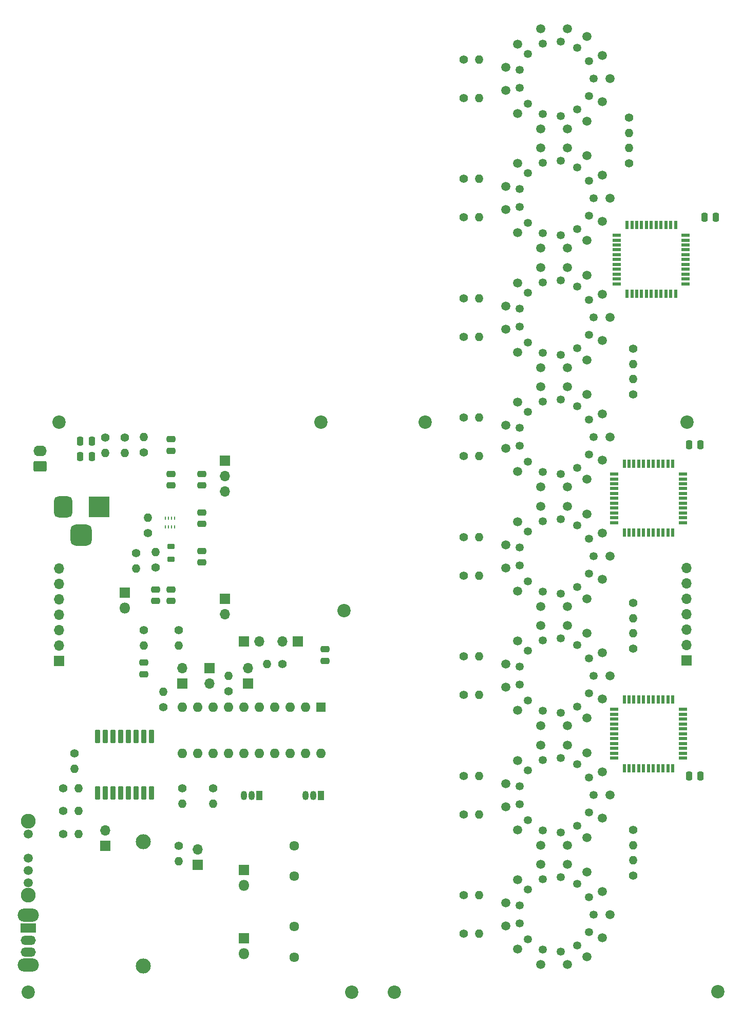
<source format=gts>
G04 #@! TF.GenerationSoftware,KiCad,Pcbnew,7.0.10*
G04 #@! TF.CreationDate,2024-06-25T19:11:58-05:00*
G04 #@! TF.ProjectId,DMClockPanel,444d436c-6f63-46b5-9061-6e656c2e6b69,rev?*
G04 #@! TF.SameCoordinates,Original*
G04 #@! TF.FileFunction,Soldermask,Top*
G04 #@! TF.FilePolarity,Negative*
%FSLAX46Y46*%
G04 Gerber Fmt 4.6, Leading zero omitted, Abs format (unit mm)*
G04 Created by KiCad (PCBNEW 7.0.10) date 2024-06-25 19:11:58*
%MOMM*%
%LPD*%
G01*
G04 APERTURE LIST*
G04 Aperture macros list*
%AMRoundRect*
0 Rectangle with rounded corners*
0 $1 Rounding radius*
0 $2 $3 $4 $5 $6 $7 $8 $9 X,Y pos of 4 corners*
0 Add a 4 corners polygon primitive as box body*
4,1,4,$2,$3,$4,$5,$6,$7,$8,$9,$2,$3,0*
0 Add four circle primitives for the rounded corners*
1,1,$1+$1,$2,$3*
1,1,$1+$1,$4,$5*
1,1,$1+$1,$6,$7*
1,1,$1+$1,$8,$9*
0 Add four rect primitives between the rounded corners*
20,1,$1+$1,$2,$3,$4,$5,0*
20,1,$1+$1,$4,$5,$6,$7,0*
20,1,$1+$1,$6,$7,$8,$9,0*
20,1,$1+$1,$8,$9,$2,$3,0*%
G04 Aperture macros list end*
%ADD10C,1.400000*%
%ADD11O,1.400000X1.400000*%
%ADD12C,1.500000*%
%ADD13C,1.612000*%
%ADD14R,1.700000X1.700000*%
%ADD15O,1.700000X1.700000*%
%ADD16C,2.200000*%
%ADD17R,3.500000X3.500000*%
%ADD18RoundRect,0.750000X-0.750000X-1.000000X0.750000X-1.000000X0.750000X1.000000X-0.750000X1.000000X0*%
%ADD19RoundRect,0.875000X-0.875000X-0.875000X0.875000X-0.875000X0.875000X0.875000X-0.875000X0.875000X0*%
%ADD20RoundRect,0.250000X0.250000X0.475000X-0.250000X0.475000X-0.250000X-0.475000X0.250000X-0.475000X0*%
%ADD21RoundRect,0.250000X-0.475000X0.250000X-0.475000X-0.250000X0.475000X-0.250000X0.475000X0.250000X0*%
%ADD22C,1.346200*%
%ADD23R,1.800000X1.800000*%
%ADD24O,1.800000X1.800000*%
%ADD25R,1.600000X1.600000*%
%ADD26O,1.600000X1.600000*%
%ADD27C,1.512000*%
%ADD28C,2.454000*%
%ADD29RoundRect,0.250000X0.475000X-0.250000X0.475000X0.250000X-0.475000X0.250000X-0.475000X-0.250000X0*%
%ADD30R,1.050000X1.500000*%
%ADD31O,1.050000X1.500000*%
%ADD32RoundRect,0.250000X-0.250000X-0.475000X0.250000X-0.475000X0.250000X0.475000X-0.250000X0.475000X0*%
%ADD33R,1.355600X0.500800*%
%ADD34R,0.500800X1.355600*%
%ADD35RoundRect,0.250000X0.845000X-0.620000X0.845000X0.620000X-0.845000X0.620000X-0.845000X-0.620000X0*%
%ADD36O,2.190000X1.740000*%
%ADD37O,3.500000X2.200000*%
%ADD38R,2.500000X1.500000*%
%ADD39O,2.500000X1.500000*%
%ADD40C,2.484000*%
%ADD41R,0.250000X0.600000*%
%ADD42RoundRect,0.218750X0.381250X-0.218750X0.381250X0.218750X-0.381250X0.218750X-0.381250X-0.218750X0*%
%ADD43RoundRect,0.099250X-0.297750X1.027750X-0.297750X-1.027750X0.297750X-1.027750X0.297750X1.027750X0*%
G04 APERTURE END LIST*
D10*
X109485000Y-118485000D03*
D11*
X109485000Y-121025000D03*
D10*
X156540805Y-89797799D03*
D11*
X159080805Y-89797799D03*
D10*
X102500000Y-105785000D03*
D11*
X102500000Y-108325000D03*
D12*
X173635805Y-35822799D03*
X173635805Y-134247799D03*
X179350805Y-63127799D03*
D13*
X128535000Y-172370000D03*
X128535000Y-167370000D03*
D10*
X184430805Y-72067799D03*
D11*
X184430805Y-74607799D03*
D12*
X173635805Y-75192799D03*
D14*
X89800000Y-123515000D03*
D15*
X89800000Y-120975000D03*
X89800000Y-118435000D03*
X89800000Y-115895000D03*
X89800000Y-113355000D03*
X89800000Y-110815000D03*
X89800000Y-108275000D03*
D10*
X117740001Y-128545000D03*
D11*
X117740001Y-126005000D03*
D10*
X156540805Y-168537799D03*
D11*
X159080805Y-168537799D03*
D12*
X163475805Y-104402799D03*
D10*
X156540805Y-122817799D03*
D11*
X159080805Y-122817799D03*
D12*
X169190805Y-75192799D03*
D16*
X89800000Y-84145000D03*
D14*
X114565002Y-124780000D03*
D15*
X114565002Y-127320000D03*
D10*
X103770000Y-89175000D03*
D11*
X103770000Y-86635000D03*
D12*
X169190805Y-137422799D03*
X176810805Y-59952799D03*
X180620805Y-47252799D03*
D10*
X183795805Y-41487799D03*
D11*
X183795805Y-38947799D03*
D12*
X179350805Y-110117799D03*
D17*
X96435000Y-98115000D03*
D18*
X90435000Y-98115000D03*
D19*
X93435000Y-102815000D03*
D12*
X180620805Y-145677799D03*
X169190805Y-173617799D03*
D20*
X95195000Y-87320000D03*
X93295000Y-87320000D03*
D21*
X108215000Y-87005000D03*
X108215000Y-88905000D03*
D12*
X169190805Y-157107799D03*
X169190805Y-55507799D03*
X165380805Y-72652799D03*
X165380805Y-100592799D03*
X165380805Y-61222799D03*
X176810805Y-99322799D03*
D10*
X103770000Y-118485000D03*
D11*
X103770000Y-121025000D03*
D14*
X112660000Y-157170000D03*
D15*
X112660000Y-154630000D03*
D16*
X138060000Y-178125000D03*
D22*
X175246165Y-91715499D03*
X175246165Y-81530099D03*
X172475025Y-80478539D03*
X169536245Y-80836679D03*
X167097845Y-82518159D03*
X165721165Y-85141979D03*
X165721165Y-88103619D03*
X167097845Y-90727439D03*
X169536245Y-92408919D03*
X172475025Y-92767059D03*
X177918245Y-86622799D03*
X177209585Y-83747519D03*
X177209585Y-89498079D03*
D12*
X169190805Y-78367799D03*
D14*
X110120002Y-127267091D03*
D15*
X110120002Y-124727091D03*
D14*
X193295805Y-123432799D03*
D15*
X193295805Y-120892799D03*
X193295805Y-118352799D03*
X193295805Y-115812799D03*
X193295805Y-113272799D03*
X193295805Y-110732799D03*
X193295805Y-108192799D03*
D23*
X120280001Y-158030001D03*
D24*
X120280001Y-160570001D03*
D10*
X100595000Y-86735000D03*
D11*
X100595000Y-89275000D03*
D25*
X132980001Y-131135001D03*
D26*
X130440001Y-131135001D03*
X127900001Y-131135001D03*
X125360001Y-131135001D03*
X122820001Y-131135001D03*
X120280001Y-131135001D03*
X117740001Y-131135001D03*
X115200001Y-131135001D03*
X112660001Y-131135001D03*
X110120001Y-131135001D03*
X110120001Y-138755001D03*
X112660001Y-138755001D03*
X115200001Y-138755001D03*
X117740001Y-138755001D03*
X120280001Y-138755001D03*
X122820001Y-138755001D03*
X125360001Y-138755001D03*
X127900001Y-138755001D03*
X130440001Y-138755001D03*
X132980001Y-138755001D03*
D23*
X120280000Y-169235000D03*
D24*
X120280000Y-171775000D03*
D12*
X165380805Y-131707799D03*
D27*
X84720000Y-152090000D03*
X84720000Y-156090000D03*
X84720000Y-158090000D03*
X84720000Y-160090000D03*
D28*
X84720000Y-149990000D03*
X84720000Y-162190000D03*
D12*
X169190805Y-38997799D03*
D16*
X150140805Y-84148203D03*
D12*
X176810805Y-138692799D03*
X180620805Y-125992799D03*
D22*
X175246165Y-52345499D03*
X175246165Y-42160099D03*
X172475025Y-41108539D03*
X169536245Y-41466679D03*
X167097845Y-43148159D03*
X165721165Y-45771979D03*
X165721165Y-48733619D03*
X167097845Y-51357439D03*
X169536245Y-53038919D03*
X172475025Y-53397059D03*
X177918245Y-47252799D03*
X177209585Y-44377519D03*
X177209585Y-50128079D03*
D12*
X179350805Y-23757799D03*
X173635805Y-58682799D03*
X179350805Y-51062799D03*
D16*
X198400805Y-178062799D03*
D12*
X163475805Y-124087799D03*
D10*
X90485000Y-152090000D03*
D11*
X93025000Y-152090000D03*
D22*
X175246165Y-170455499D03*
X175246165Y-160270099D03*
X172475025Y-159218539D03*
X169536245Y-159576679D03*
X167097845Y-161258159D03*
X165721165Y-163881979D03*
X165721165Y-166843619D03*
X167097845Y-169467439D03*
X169536245Y-171148919D03*
X172475025Y-171507059D03*
X177918245Y-165362799D03*
X177209585Y-162487519D03*
X177209585Y-168238079D03*
D10*
X156540805Y-83447799D03*
D11*
X159080805Y-83447799D03*
D12*
X179350805Y-102497799D03*
D16*
X193320805Y-84148203D03*
D10*
X97420000Y-86735000D03*
D11*
X97420000Y-89275000D03*
D14*
X97420000Y-154000001D03*
D15*
X97420000Y-151460001D03*
D10*
X184430805Y-113977799D03*
D11*
X184430805Y-116517799D03*
D10*
X105675000Y-108175000D03*
D11*
X105675000Y-105635000D03*
D12*
X169190805Y-19312799D03*
D22*
X175246165Y-111400499D03*
X175246165Y-101215099D03*
X172475025Y-100163539D03*
X169536245Y-100521679D03*
X167097845Y-102203159D03*
X165721165Y-104826979D03*
X165721165Y-107788619D03*
X167097845Y-110412439D03*
X169536245Y-112093919D03*
X172475025Y-112452059D03*
X177918245Y-106307799D03*
X177209585Y-103432519D03*
X177209585Y-109183079D03*
D12*
X163475805Y-68842799D03*
X169190805Y-94877799D03*
D10*
X92340000Y-138755000D03*
D11*
X92340000Y-141295000D03*
D12*
X179350805Y-149487799D03*
X173635805Y-98052799D03*
X180620805Y-86622799D03*
D21*
X113295000Y-99070000D03*
X113295000Y-100970000D03*
D12*
X165380805Y-21852799D03*
D14*
X117105000Y-113350000D03*
D15*
X117105000Y-115890000D03*
D14*
X120300000Y-120315000D03*
D15*
X122840000Y-120315000D03*
D10*
X115200001Y-144520001D03*
D11*
X115200001Y-147060001D03*
D12*
X176810805Y-113292799D03*
X176810805Y-54237799D03*
D16*
X132980000Y-84145000D03*
D12*
X180620805Y-106307799D03*
X163475805Y-65032799D03*
D29*
X133615000Y-123515000D03*
X133615000Y-121615000D03*
D30*
X132980001Y-145740001D03*
D31*
X131710001Y-145740001D03*
X130440001Y-145740001D03*
D12*
X173635805Y-153932799D03*
D32*
X93295000Y-89860000D03*
X95195000Y-89860000D03*
D30*
X122820001Y-145740001D03*
D31*
X121550001Y-145740001D03*
X120280001Y-145740001D03*
D10*
X156540805Y-44077799D03*
D11*
X159080805Y-44077799D03*
D12*
X176810805Y-172347799D03*
X165380805Y-33282799D03*
D10*
X156540805Y-70112799D03*
D11*
X159080805Y-70112799D03*
D21*
X108215000Y-92720000D03*
X108215000Y-94620000D03*
D12*
X173635805Y-157107799D03*
X176810805Y-93607799D03*
X179350805Y-82812799D03*
D33*
X181293006Y-92745598D03*
X181293006Y-93545599D03*
X181293006Y-94345598D03*
X181293006Y-95145599D03*
X181293006Y-95945597D03*
X181293006Y-96745598D03*
X181293006Y-97545599D03*
X181293006Y-98345597D03*
X181293006Y-99145598D03*
X181293006Y-99945597D03*
X181293006Y-100745598D03*
D34*
X182970805Y-102423397D03*
X183770806Y-102423397D03*
X184570805Y-102423397D03*
X185370806Y-102423397D03*
X186170804Y-102423397D03*
X186970805Y-102423397D03*
X187770806Y-102423397D03*
X188570804Y-102423397D03*
X189370805Y-102423397D03*
X190170804Y-102423397D03*
X190970805Y-102423397D03*
D33*
X192648604Y-100745598D03*
X192648604Y-99945597D03*
X192648604Y-99145598D03*
X192648604Y-98345597D03*
X192648604Y-97545599D03*
X192648604Y-96745598D03*
X192648604Y-95945597D03*
X192648604Y-95145599D03*
X192648604Y-94345598D03*
X192648604Y-93545599D03*
X192648604Y-92745598D03*
D34*
X190970805Y-91067799D03*
X190170804Y-91067799D03*
X189370805Y-91067799D03*
X188570804Y-91067799D03*
X187770806Y-91067799D03*
X186970805Y-91067799D03*
X186170804Y-91067799D03*
X185370806Y-91067799D03*
X184570805Y-91067799D03*
X183770806Y-91067799D03*
X182970805Y-91067799D03*
D16*
X84720000Y-178125000D03*
D10*
X109485000Y-154045000D03*
D11*
X109485000Y-156585000D03*
D14*
X129170000Y-120340000D03*
D15*
X126630000Y-120340000D03*
D12*
X173635805Y-114562799D03*
X169190805Y-117737799D03*
X176810805Y-119007799D03*
X169190805Y-58682799D03*
D29*
X108215000Y-113670000D03*
X108215000Y-111770000D03*
D12*
X163475805Y-84717799D03*
D22*
X175246165Y-131085499D03*
X175246165Y-120900099D03*
X172475025Y-119848539D03*
X169536245Y-120206679D03*
X167097845Y-121888159D03*
X165721165Y-124511979D03*
X165721165Y-127473619D03*
X167097845Y-130097439D03*
X169536245Y-131778919D03*
X172475025Y-132137059D03*
X177918245Y-125992799D03*
X177209585Y-123117519D03*
X177209585Y-128868079D03*
D16*
X136790000Y-115260000D03*
D10*
X126625001Y-124087091D03*
D11*
X124085001Y-124087091D03*
D12*
X165380805Y-92337799D03*
X176810805Y-40267799D03*
D32*
X196180805Y-50427799D03*
X198080805Y-50427799D03*
D14*
X120960001Y-127262091D03*
D15*
X120960001Y-124722091D03*
D12*
X176810805Y-79637799D03*
X163475805Y-88527799D03*
X163475805Y-127897799D03*
X176810805Y-20582799D03*
X179350805Y-129802799D03*
D10*
X156540805Y-162187799D03*
D11*
X159080805Y-162187799D03*
D22*
X175246165Y-150770499D03*
X175246165Y-140585099D03*
X172475025Y-139533539D03*
X169536245Y-139891679D03*
X167097845Y-141573159D03*
X165721165Y-144196979D03*
X165721165Y-147158619D03*
X167097845Y-149782439D03*
X169536245Y-151463919D03*
X172475025Y-151822059D03*
X177918245Y-145677799D03*
X177209585Y-142802519D03*
X177209585Y-148553079D03*
D12*
X179350805Y-43442799D03*
X165380805Y-159647799D03*
X169190805Y-35822799D03*
X163475805Y-163457799D03*
X180620805Y-165362799D03*
D29*
X103770000Y-125735000D03*
X103770000Y-123835000D03*
D33*
X181763005Y-53375598D03*
X181763005Y-54175599D03*
X181763005Y-54975598D03*
X181763005Y-55775599D03*
X181763005Y-56575597D03*
X181763005Y-57375598D03*
X181763005Y-58175599D03*
X181763005Y-58975597D03*
X181763005Y-59775598D03*
X181763005Y-60575597D03*
X181763005Y-61375598D03*
D34*
X183440804Y-63053397D03*
X184240805Y-63053397D03*
X185040804Y-63053397D03*
X185840805Y-63053397D03*
X186640803Y-63053397D03*
X187440804Y-63053397D03*
X188240805Y-63053397D03*
X189040803Y-63053397D03*
X189840804Y-63053397D03*
X190640803Y-63053397D03*
X191440804Y-63053397D03*
D33*
X193118603Y-61375598D03*
X193118603Y-60575597D03*
X193118603Y-59775598D03*
X193118603Y-58975597D03*
X193118603Y-58175599D03*
X193118603Y-57375598D03*
X193118603Y-56575597D03*
X193118603Y-55775599D03*
X193118603Y-54975598D03*
X193118603Y-54175599D03*
X193118603Y-53375598D03*
D34*
X191440804Y-51697799D03*
X190640803Y-51697799D03*
X189840804Y-51697799D03*
X189040803Y-51697799D03*
X188240805Y-51697799D03*
X187440804Y-51697799D03*
X186640803Y-51697799D03*
X185840805Y-51697799D03*
X185040804Y-51697799D03*
X184240805Y-51697799D03*
X183440804Y-51697799D03*
D12*
X173635805Y-19312799D03*
X165380805Y-80907799D03*
X179350805Y-90432799D03*
X163475805Y-167267799D03*
D10*
X90485000Y-144520000D03*
D11*
X93025000Y-144520000D03*
D10*
X156540805Y-63762799D03*
D11*
X159080805Y-63762799D03*
D33*
X181293006Y-131555000D03*
X181293006Y-132355001D03*
X181293006Y-133155000D03*
X181293006Y-133955001D03*
X181293006Y-134754999D03*
X181293006Y-135555000D03*
X181293006Y-136355001D03*
X181293006Y-137154999D03*
X181293006Y-137955000D03*
X181293006Y-138754999D03*
X181293006Y-139555000D03*
D34*
X182970805Y-141232799D03*
X183770806Y-141232799D03*
X184570805Y-141232799D03*
X185370806Y-141232799D03*
X186170804Y-141232799D03*
X186970805Y-141232799D03*
X187770806Y-141232799D03*
X188570804Y-141232799D03*
X189370805Y-141232799D03*
X190170804Y-141232799D03*
X190970805Y-141232799D03*
D33*
X192648604Y-139555000D03*
X192648604Y-138754999D03*
X192648604Y-137955000D03*
X192648604Y-137154999D03*
X192648604Y-136355001D03*
X192648604Y-135555000D03*
X192648604Y-134754999D03*
X192648604Y-133955001D03*
X192648604Y-133155000D03*
X192648604Y-132355001D03*
X192648604Y-131555000D03*
D34*
X190970805Y-129877201D03*
X190170804Y-129877201D03*
X189370805Y-129877201D03*
X188570804Y-129877201D03*
X187770806Y-129877201D03*
X186970805Y-129877201D03*
X186170804Y-129877201D03*
X185370806Y-129877201D03*
X184570805Y-129877201D03*
X183770806Y-129877201D03*
X182970805Y-129877201D03*
D10*
X184430805Y-151442799D03*
D11*
X184430805Y-153982799D03*
D12*
X165380805Y-52967799D03*
D10*
X156540805Y-50427799D03*
D11*
X159080805Y-50427799D03*
D10*
X156540805Y-24392799D03*
D11*
X159080805Y-24392799D03*
D12*
X179350805Y-161552799D03*
D32*
X193640805Y-142502799D03*
X195540805Y-142502799D03*
D12*
X179350805Y-122182799D03*
D10*
X184430805Y-79587799D03*
D11*
X184430805Y-77047799D03*
D10*
X156540805Y-142502799D03*
D11*
X159080805Y-142502799D03*
D12*
X176810805Y-152662799D03*
X173635805Y-117737799D03*
D35*
X86625000Y-91452500D03*
D36*
X86625000Y-88912500D03*
D12*
X163475805Y-45347799D03*
X165380805Y-112022799D03*
D16*
X145060805Y-178128203D03*
D10*
X184430805Y-158962799D03*
D11*
X184430805Y-156422799D03*
D37*
X84720000Y-165480000D03*
X84720000Y-173680000D03*
D38*
X84720000Y-167580000D03*
D39*
X84720000Y-169580000D03*
X84720000Y-171580000D03*
D12*
X176810805Y-132977799D03*
X179350805Y-70747799D03*
X176810805Y-158377799D03*
D22*
X175246165Y-72030499D03*
X175246165Y-61845099D03*
X172475025Y-60793539D03*
X169536245Y-61151679D03*
X167097845Y-62833159D03*
X165721165Y-65456979D03*
X165721165Y-68418619D03*
X167097845Y-71042439D03*
X169536245Y-72723919D03*
X172475025Y-73082059D03*
X177918245Y-66937799D03*
X177209585Y-64062519D03*
X177209585Y-69813079D03*
D40*
X103690804Y-173850000D03*
X103690804Y-153360000D03*
D10*
X156540805Y-103132799D03*
D11*
X159080805Y-103132799D03*
D10*
X183795805Y-33967799D03*
D11*
X183795805Y-36507799D03*
D12*
X165380805Y-151392799D03*
X169190805Y-98052799D03*
D21*
X113295000Y-105420000D03*
X113295000Y-107320000D03*
D22*
X175246165Y-32660499D03*
X175246165Y-22475099D03*
X172475025Y-21423539D03*
X169536245Y-21781679D03*
X167097845Y-23463159D03*
X165721165Y-26086979D03*
X165721165Y-29048619D03*
X167097845Y-31672439D03*
X169536245Y-33353919D03*
X172475025Y-33712059D03*
X177918245Y-27567799D03*
X177209585Y-24692519D03*
X177209585Y-30443079D03*
D12*
X179350805Y-169172799D03*
D21*
X105675000Y-111770000D03*
X105675000Y-113670000D03*
D14*
X117105000Y-90495000D03*
D15*
X117105000Y-93035000D03*
X117105000Y-95575000D03*
D10*
X156540805Y-148852799D03*
D11*
X159080805Y-148852799D03*
D23*
X100595000Y-112310000D03*
D24*
X100595000Y-114850000D03*
D12*
X163475805Y-143772799D03*
X165380805Y-120277799D03*
D41*
X107350000Y-101420000D03*
X107850000Y-101420000D03*
X108350000Y-101420000D03*
X108850000Y-101420000D03*
X108850000Y-100020000D03*
X108350000Y-100020000D03*
X107850000Y-100020000D03*
X107350000Y-100020000D03*
D21*
X113295000Y-92720000D03*
X113295000Y-94620000D03*
D10*
X184430805Y-121497799D03*
D11*
X184430805Y-118957799D03*
D12*
X179350805Y-31377799D03*
X173635805Y-137422799D03*
X169190805Y-153932799D03*
D10*
X110120001Y-144520001D03*
D11*
X110120001Y-147060001D03*
D12*
X180620805Y-27567799D03*
X169190805Y-134247799D03*
X173635805Y-94877799D03*
X173635805Y-173617799D03*
X179350805Y-141867799D03*
X165380805Y-41537799D03*
X163475805Y-25662799D03*
D10*
X90435000Y-148280000D03*
D11*
X92975000Y-148280000D03*
D10*
X106945000Y-131135000D03*
D11*
X106945000Y-128595000D03*
D13*
X128535001Y-158995000D03*
X128535001Y-153995000D03*
D32*
X193640805Y-87892799D03*
X195540805Y-87892799D03*
D12*
X163475805Y-147582799D03*
D10*
X104405000Y-102510000D03*
D11*
X104405000Y-99970000D03*
D12*
X163475805Y-108212799D03*
X165380805Y-171077799D03*
X176810805Y-73922799D03*
X165380805Y-139962799D03*
X173635805Y-55507799D03*
D10*
X156540805Y-30742799D03*
D11*
X159080805Y-30742799D03*
D12*
X173635805Y-38997799D03*
D42*
X108215000Y-106797500D03*
X108215000Y-104672500D03*
D10*
X156540805Y-109482799D03*
D11*
X159080805Y-109482799D03*
D12*
X169190805Y-114562799D03*
D10*
X156540805Y-129167799D03*
D11*
X159080805Y-129167799D03*
D12*
X163475805Y-49157799D03*
X180620805Y-66937799D03*
X163475805Y-29472799D03*
X176810805Y-34552799D03*
X173635805Y-78367799D03*
D43*
X105040002Y-136005000D03*
X103770002Y-136005000D03*
X102500002Y-136005000D03*
X101230002Y-136005000D03*
X99960002Y-136005000D03*
X98690002Y-136005000D03*
X97420002Y-136005000D03*
X96150002Y-136005000D03*
X96150002Y-145315000D03*
X97420002Y-145315000D03*
X98690002Y-145315000D03*
X99960002Y-145315000D03*
X101230002Y-145315000D03*
X102500002Y-145315000D03*
X103770002Y-145315000D03*
X105040002Y-145315000D03*
M02*

</source>
